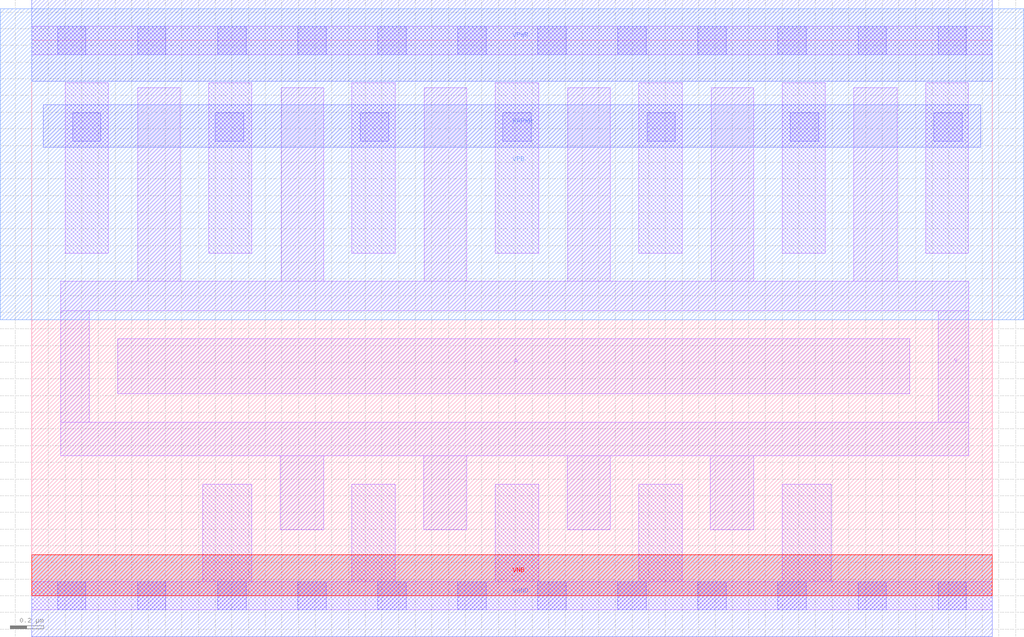
<source format=lef>
# Copyright 2020 The SkyWater PDK Authors
#
# Licensed under the Apache License, Version 2.0 (the "License");
# you may not use this file except in compliance with the License.
# You may obtain a copy of the License at
#
#     https://www.apache.org/licenses/LICENSE-2.0
#
# Unless required by applicable law or agreed to in writing, software
# distributed under the License is distributed on an "AS IS" BASIS,
# WITHOUT WARRANTIES OR CONDITIONS OF ANY KIND, either express or implied.
# See the License for the specific language governing permissions and
# limitations under the License.
#
# SPDX-License-Identifier: Apache-2.0

VERSION 5.7 ;
  NOWIREEXTENSIONATPIN ON ;
  DIVIDERCHAR "/" ;
  BUSBITCHARS "[]" ;
MACRO sky130_fd_sc_lp__invkapwr_8
  CLASS CORE ;
  FOREIGN sky130_fd_sc_lp__invkapwr_8 ;
  ORIGIN  0.000000  0.000000 ;
  SIZE  5.760000 BY  3.330000 ;
  SYMMETRY X Y ;
  SITE unit ;
  PIN A
    ANTENNAGATEAREA  2.772000 ;
    DIRECTION INPUT ;
    USE SIGNAL ;
    PORT
      LAYER li1 ;
        RECT 0.515000 1.210000 5.265000 1.540000 ;
    END
  END A
  PIN Y
    ANTENNADIFFAREA  2.587200 ;
    DIRECTION OUTPUT ;
    USE SIGNAL ;
    PORT
      LAYER li1 ;
        RECT 0.175000 0.840000 5.620000 1.040000 ;
        RECT 0.175000 1.040000 0.345000 1.710000 ;
        RECT 0.175000 1.710000 5.620000 1.885000 ;
        RECT 0.635000 1.885000 0.890000 3.045000 ;
        RECT 1.490000 0.395000 1.750000 0.840000 ;
        RECT 1.495000 1.885000 1.750000 3.045000 ;
        RECT 2.350000 0.395000 2.610000 0.840000 ;
        RECT 2.355000 1.885000 2.610000 3.045000 ;
        RECT 3.210000 0.395000 3.470000 0.840000 ;
        RECT 3.215000 1.885000 3.470000 3.045000 ;
        RECT 4.070000 0.395000 4.330000 0.840000 ;
        RECT 4.075000 1.885000 4.330000 3.045000 ;
        RECT 4.930000 1.885000 5.190000 3.045000 ;
        RECT 5.435000 1.040000 5.620000 1.710000 ;
    END
  END Y
  PIN KAPWR
    DIRECTION INOUT ;
    USE POWER ;
    PORT
      LAYER met1 ;
        RECT 0.070000 2.690000 5.690000 2.945000 ;
    END
  END KAPWR
  PIN VGND
    DIRECTION INOUT ;
    USE GROUND ;
    PORT
      LAYER met1 ;
        RECT 0.000000 -0.245000 5.760000 0.245000 ;
    END
  END VGND
  PIN VNB
    DIRECTION INOUT ;
    USE GROUND ;
    PORT
      LAYER pwell ;
        RECT 0.000000 0.000000 5.760000 0.245000 ;
    END
  END VNB
  PIN VPB
    DIRECTION INOUT ;
    USE POWER ;
    PORT
      LAYER nwell ;
        RECT -0.190000 1.655000 5.950000 3.520000 ;
    END
  END VPB
  PIN VPWR
    DIRECTION INOUT ;
    USE POWER ;
    PORT
      LAYER met1 ;
        RECT 0.000000 3.085000 5.760000 3.575000 ;
    END
  END VPWR
  OBS
    LAYER li1 ;
      RECT 0.000000 -0.085000 5.760000 0.085000 ;
      RECT 0.000000  3.245000 5.760000 3.415000 ;
      RECT 0.200000  2.055000 0.460000 3.075000 ;
      RECT 1.025000  0.085000 1.320000 0.670000 ;
      RECT 1.060000  2.055000 1.320000 3.075000 ;
      RECT 1.920000  0.085000 2.180000 0.670000 ;
      RECT 1.920000  2.055000 2.180000 3.075000 ;
      RECT 2.780000  0.085000 3.040000 0.670000 ;
      RECT 2.780000  2.055000 3.040000 3.075000 ;
      RECT 3.640000  0.085000 3.900000 0.670000 ;
      RECT 3.640000  2.055000 3.900000 3.075000 ;
      RECT 4.500000  0.085000 4.795000 0.670000 ;
      RECT 4.500000  2.055000 4.760000 3.075000 ;
      RECT 5.360000  2.055000 5.615000 3.075000 ;
    LAYER mcon ;
      RECT 0.155000 -0.085000 0.325000 0.085000 ;
      RECT 0.155000  3.245000 0.325000 3.415000 ;
      RECT 0.245000  2.725000 0.415000 2.895000 ;
      RECT 0.635000 -0.085000 0.805000 0.085000 ;
      RECT 0.635000  3.245000 0.805000 3.415000 ;
      RECT 1.100000  2.725000 1.270000 2.895000 ;
      RECT 1.115000 -0.085000 1.285000 0.085000 ;
      RECT 1.115000  3.245000 1.285000 3.415000 ;
      RECT 1.595000 -0.085000 1.765000 0.085000 ;
      RECT 1.595000  3.245000 1.765000 3.415000 ;
      RECT 1.970000  2.725000 2.140000 2.895000 ;
      RECT 2.075000 -0.085000 2.245000 0.085000 ;
      RECT 2.075000  3.245000 2.245000 3.415000 ;
      RECT 2.555000 -0.085000 2.725000 0.085000 ;
      RECT 2.555000  3.245000 2.725000 3.415000 ;
      RECT 2.825000  2.725000 2.995000 2.895000 ;
      RECT 3.035000 -0.085000 3.205000 0.085000 ;
      RECT 3.035000  3.245000 3.205000 3.415000 ;
      RECT 3.515000 -0.085000 3.685000 0.085000 ;
      RECT 3.515000  3.245000 3.685000 3.415000 ;
      RECT 3.690000  2.725000 3.860000 2.895000 ;
      RECT 3.995000 -0.085000 4.165000 0.085000 ;
      RECT 3.995000  3.245000 4.165000 3.415000 ;
      RECT 4.475000 -0.085000 4.645000 0.085000 ;
      RECT 4.475000  3.245000 4.645000 3.415000 ;
      RECT 4.550000  2.725000 4.720000 2.895000 ;
      RECT 4.955000 -0.085000 5.125000 0.085000 ;
      RECT 4.955000  3.245000 5.125000 3.415000 ;
      RECT 5.410000  2.725000 5.580000 2.895000 ;
      RECT 5.435000 -0.085000 5.605000 0.085000 ;
      RECT 5.435000  3.245000 5.605000 3.415000 ;
  END
END sky130_fd_sc_lp__invkapwr_8
END LIBRARY

</source>
